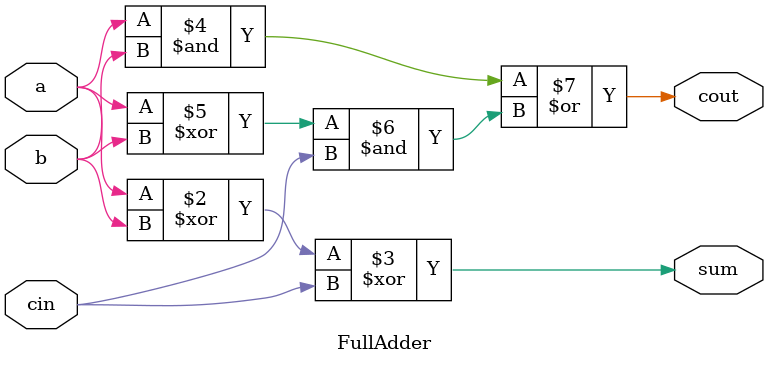
<source format=v>
`timescale 1ns / 1ps

module FullAdder(a, b, cin, sum, cout);

input a, b, cin;
output reg sum, cout;

always @(*) begin
    sum = a^b^cin;
    cout = (a&b)|((a^b)&cin);
end

endmodule

</source>
